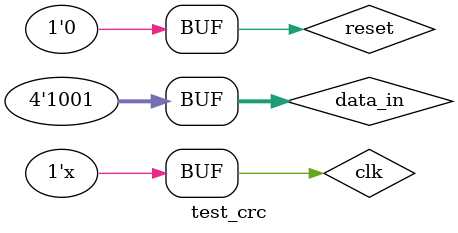
<source format=v>
`timescale 1ns / 1ps


module test_crc;

	// Inputs
	reg reset;
	reg clk;
	reg [3:0] data_in;

	// Outputs
	wire [4:0] crc;

	// Instantiate the Unit Under Test (UUT)
	crc uut (
		.reset(reset), 
		.clk(clk), 
		.data_in(data_in), 
		.crc(crc)
	);

	initial begin
		// Initialize Inputs
		reset = 0;
		clk = 0;
		data_in = 4'b0010;

		// Wait 100 ns for global reset to finish
		#2000;
		reset = 1;
		data_in = 4'b0111;
		#200
		reset = 0;
		
		#2000;
		reset = 1;
		data_in = 4'b0000;
		#200
		reset = 0;
		
		#2000;
		reset = 1;
		data_in = 4'b1001;
		#200
		reset = 0;
		
	
        
		// Add stimulus here

	end
	
	always #100 clk <= ~clk;
      
endmodule


</source>
